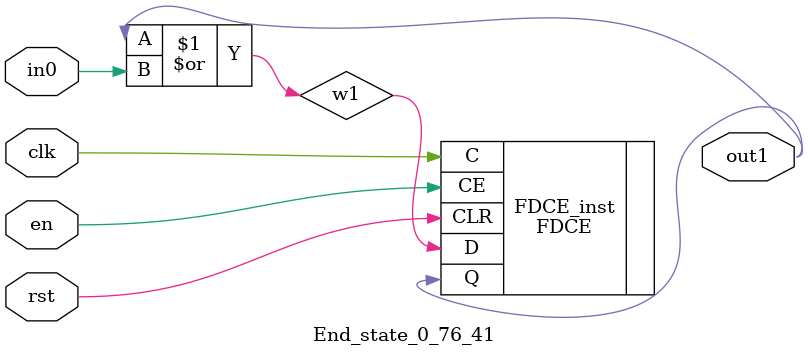
<source format=v>
module engine_0_76(out,clk,sod,en, in_0, in_1, in_3, in_4, in_6, in_7, in_8, in_9, in_10, in_14, in_15, in_16, in_17, in_18, in_19, in_21, in_29, in_30, in_32, in_35, in_36, in_37, in_39, in_41);
//pcre: /^User-Agent\x3a[^\r\n]*devSoft\x27s\s+ipwHTTP\s+Component/smiH
//block char: ^[9], \x20[8], N[0], O[0], G[0], I[0], S[0], H[0], -[0], v[0], a[0], r[0], e[0], c[0], d[0], p[0], u[0], t[0], w[0], f[0], \x3A[8], [^\r\n][2], \x27[8], M[0], 

	input clk,sod,en;

	input in_0, in_1, in_3, in_4, in_6, in_7, in_8, in_9, in_10, in_14, in_15, in_16, in_17, in_18, in_19, in_21, in_29, in_30, in_32, in_35, in_36, in_37, in_39, in_41;
	output out;

	assign w0 = 1'b1;
	state_0_76_1 BlockState_0_76_1 (w1,in_0,clk,en,sod,w0);
	state_0_76_2 BlockState_0_76_2 (w2,in_29,clk,en,sod,w1);
	state_0_76_3 BlockState_0_76_3 (w3,in_8,clk,en,sod,w2);
	state_0_76_4 BlockState_0_76_4 (w4,in_17,clk,en,sod,w3);
	state_0_76_5 BlockState_0_76_5 (w5,in_16,clk,en,sod,w4);
	state_0_76_6 BlockState_0_76_6 (w6,in_10,clk,en,sod,w5);
	state_0_76_7 BlockState_0_76_7 (w7,in_15,clk,en,sod,w6);
	state_0_76_8 BlockState_0_76_8 (w8,in_6,clk,en,sod,w7);
	state_0_76_9 BlockState_0_76_9 (w9,in_17,clk,en,sod,w8);
	state_0_76_10 BlockState_0_76_10 (w10,in_3,clk,en,sod,w9);
	state_0_76_11 BlockState_0_76_11 (w11,in_30,clk,en,sod,w10);
	state_0_76_12 BlockState_0_76_12 (w12,in_36,clk,en,sod,w11);
	state_0_76_13 BlockState_0_76_13 (w13,in_37,clk,en,sod,w13,w12);
	state_0_76_14 BlockState_0_76_14 (w14,in_19,clk,en,sod,w12,w13);
	state_0_76_15 BlockState_0_76_15 (w15,in_17,clk,en,sod,w14);
	state_0_76_16 BlockState_0_76_16 (w16,in_14,clk,en,sod,w15);
	state_0_76_17 BlockState_0_76_17 (w17,in_8,clk,en,sod,w16);
	state_0_76_18 BlockState_0_76_18 (w18,in_4,clk,en,sod,w17);
	state_0_76_19 BlockState_0_76_19 (w19,in_35,clk,en,sod,w18);
	state_0_76_20 BlockState_0_76_20 (w20,in_30,clk,en,sod,w19);
	state_0_76_21 BlockState_0_76_21 (w21,in_39,clk,en,sod,w20);
	state_0_76_22 BlockState_0_76_22 (w22,in_8,clk,en,sod,w21);
	state_0_76_23 BlockState_0_76_23 (w23,in_1,clk,en,sod,w23,w22);
	state_0_76_24 BlockState_0_76_24 (w24,in_7,clk,en,sod,w23);
	state_0_76_25 BlockState_0_76_25 (w25,in_21,clk,en,sod,w24);
	state_0_76_26 BlockState_0_76_26 (w26,in_32,clk,en,sod,w25);
	state_0_76_27 BlockState_0_76_27 (w27,in_9,clk,en,sod,w26);
	state_0_76_28 BlockState_0_76_28 (w28,in_30,clk,en,sod,w27);
	state_0_76_29 BlockState_0_76_29 (w29,in_30,clk,en,sod,w28);
	state_0_76_30 BlockState_0_76_30 (w30,in_21,clk,en,sod,w29);
	state_0_76_31 BlockState_0_76_31 (w31,in_1,clk,en,sod,w31,w30);
	state_0_76_32 BlockState_0_76_32 (w32,in_18,clk,en,sod,w31);
	state_0_76_33 BlockState_0_76_33 (w33,in_4,clk,en,sod,w32);
	state_0_76_34 BlockState_0_76_34 (w34,in_41,clk,en,sod,w33);
	state_0_76_35 BlockState_0_76_35 (w35,in_21,clk,en,sod,w34);
	state_0_76_36 BlockState_0_76_36 (w36,in_4,clk,en,sod,w35);
	state_0_76_37 BlockState_0_76_37 (w37,in_3,clk,en,sod,w36);
	state_0_76_38 BlockState_0_76_38 (w38,in_17,clk,en,sod,w37);
	state_0_76_39 BlockState_0_76_39 (w39,in_3,clk,en,sod,w38);
	state_0_76_40 BlockState_0_76_40 (w40,in_30,clk,en,sod,w39);
	End_state_0_76_41 BlockState_0_76_41 (out,clk,en,sod,w40);
endmodule

module state_0_76_1(out1,in_char,clk,en,rst,in0);
	input in_char,clk,en,rst,in0;
	output out1;
	wire w1,w2;
	assign w1 = in0; 
	and(w2,in_char,w1);
	FDCE #(.INIT(1'b0)) FDCE_inst (
		.Q(out1),
		.C(clk),
		.CE(en),
		.CLR(rst),
		.D(w2)
);
endmodule

module state_0_76_2(out1,in_char,clk,en,rst,in0);
	input in_char,clk,en,rst,in0;
	output out1;
	wire w1,w2;
	assign w1 = in0; 
	and(w2,in_char,w1);
	FDCE #(.INIT(1'b0)) FDCE_inst (
		.Q(out1),
		.C(clk),
		.CE(en),
		.CLR(rst),
		.D(w2)
);
endmodule

module state_0_76_3(out1,in_char,clk,en,rst,in0);
	input in_char,clk,en,rst,in0;
	output out1;
	wire w1,w2;
	assign w1 = in0; 
	and(w2,in_char,w1);
	FDCE #(.INIT(1'b0)) FDCE_inst (
		.Q(out1),
		.C(clk),
		.CE(en),
		.CLR(rst),
		.D(w2)
);
endmodule

module state_0_76_4(out1,in_char,clk,en,rst,in0);
	input in_char,clk,en,rst,in0;
	output out1;
	wire w1,w2;
	assign w1 = in0; 
	and(w2,in_char,w1);
	FDCE #(.INIT(1'b0)) FDCE_inst (
		.Q(out1),
		.C(clk),
		.CE(en),
		.CLR(rst),
		.D(w2)
);
endmodule

module state_0_76_5(out1,in_char,clk,en,rst,in0);
	input in_char,clk,en,rst,in0;
	output out1;
	wire w1,w2;
	assign w1 = in0; 
	and(w2,in_char,w1);
	FDCE #(.INIT(1'b0)) FDCE_inst (
		.Q(out1),
		.C(clk),
		.CE(en),
		.CLR(rst),
		.D(w2)
);
endmodule

module state_0_76_6(out1,in_char,clk,en,rst,in0);
	input in_char,clk,en,rst,in0;
	output out1;
	wire w1,w2;
	assign w1 = in0; 
	and(w2,in_char,w1);
	FDCE #(.INIT(1'b0)) FDCE_inst (
		.Q(out1),
		.C(clk),
		.CE(en),
		.CLR(rst),
		.D(w2)
);
endmodule

module state_0_76_7(out1,in_char,clk,en,rst,in0);
	input in_char,clk,en,rst,in0;
	output out1;
	wire w1,w2;
	assign w1 = in0; 
	and(w2,in_char,w1);
	FDCE #(.INIT(1'b0)) FDCE_inst (
		.Q(out1),
		.C(clk),
		.CE(en),
		.CLR(rst),
		.D(w2)
);
endmodule

module state_0_76_8(out1,in_char,clk,en,rst,in0);
	input in_char,clk,en,rst,in0;
	output out1;
	wire w1,w2;
	assign w1 = in0; 
	and(w2,in_char,w1);
	FDCE #(.INIT(1'b0)) FDCE_inst (
		.Q(out1),
		.C(clk),
		.CE(en),
		.CLR(rst),
		.D(w2)
);
endmodule

module state_0_76_9(out1,in_char,clk,en,rst,in0);
	input in_char,clk,en,rst,in0;
	output out1;
	wire w1,w2;
	assign w1 = in0; 
	and(w2,in_char,w1);
	FDCE #(.INIT(1'b0)) FDCE_inst (
		.Q(out1),
		.C(clk),
		.CE(en),
		.CLR(rst),
		.D(w2)
);
endmodule

module state_0_76_10(out1,in_char,clk,en,rst,in0);
	input in_char,clk,en,rst,in0;
	output out1;
	wire w1,w2;
	assign w1 = in0; 
	and(w2,in_char,w1);
	FDCE #(.INIT(1'b0)) FDCE_inst (
		.Q(out1),
		.C(clk),
		.CE(en),
		.CLR(rst),
		.D(w2)
);
endmodule

module state_0_76_11(out1,in_char,clk,en,rst,in0);
	input in_char,clk,en,rst,in0;
	output out1;
	wire w1,w2;
	assign w1 = in0; 
	and(w2,in_char,w1);
	FDCE #(.INIT(1'b0)) FDCE_inst (
		.Q(out1),
		.C(clk),
		.CE(en),
		.CLR(rst),
		.D(w2)
);
endmodule

module state_0_76_12(out1,in_char,clk,en,rst,in0);
	input in_char,clk,en,rst,in0;
	output out1;
	wire w1,w2;
	assign w1 = in0; 
	and(w2,in_char,w1);
	FDCE #(.INIT(1'b0)) FDCE_inst (
		.Q(out1),
		.C(clk),
		.CE(en),
		.CLR(rst),
		.D(w2)
);
endmodule

module state_0_76_13(out1,in_char,clk,en,rst,in0,in1);
	input in_char,clk,en,rst,in0,in1;
	output out1;
	wire w1,w2;
	or(w1,in0,in1);
	and(w2,in_char,w1);
	FDCE #(.INIT(1'b0)) FDCE_inst (
		.Q(out1),
		.C(clk),
		.CE(en),
		.CLR(rst),
		.D(w2)
);
endmodule

module state_0_76_14(out1,in_char,clk,en,rst,in0,in1);
	input in_char,clk,en,rst,in0,in1;
	output out1;
	wire w1,w2;
	or(w1,in0,in1);
	and(w2,in_char,w1);
	FDCE #(.INIT(1'b0)) FDCE_inst (
		.Q(out1),
		.C(clk),
		.CE(en),
		.CLR(rst),
		.D(w2)
);
endmodule

module state_0_76_15(out1,in_char,clk,en,rst,in0);
	input in_char,clk,en,rst,in0;
	output out1;
	wire w1,w2;
	assign w1 = in0; 
	and(w2,in_char,w1);
	FDCE #(.INIT(1'b0)) FDCE_inst (
		.Q(out1),
		.C(clk),
		.CE(en),
		.CLR(rst),
		.D(w2)
);
endmodule

module state_0_76_16(out1,in_char,clk,en,rst,in0);
	input in_char,clk,en,rst,in0;
	output out1;
	wire w1,w2;
	assign w1 = in0; 
	and(w2,in_char,w1);
	FDCE #(.INIT(1'b0)) FDCE_inst (
		.Q(out1),
		.C(clk),
		.CE(en),
		.CLR(rst),
		.D(w2)
);
endmodule

module state_0_76_17(out1,in_char,clk,en,rst,in0);
	input in_char,clk,en,rst,in0;
	output out1;
	wire w1,w2;
	assign w1 = in0; 
	and(w2,in_char,w1);
	FDCE #(.INIT(1'b0)) FDCE_inst (
		.Q(out1),
		.C(clk),
		.CE(en),
		.CLR(rst),
		.D(w2)
);
endmodule

module state_0_76_18(out1,in_char,clk,en,rst,in0);
	input in_char,clk,en,rst,in0;
	output out1;
	wire w1,w2;
	assign w1 = in0; 
	and(w2,in_char,w1);
	FDCE #(.INIT(1'b0)) FDCE_inst (
		.Q(out1),
		.C(clk),
		.CE(en),
		.CLR(rst),
		.D(w2)
);
endmodule

module state_0_76_19(out1,in_char,clk,en,rst,in0);
	input in_char,clk,en,rst,in0;
	output out1;
	wire w1,w2;
	assign w1 = in0; 
	and(w2,in_char,w1);
	FDCE #(.INIT(1'b0)) FDCE_inst (
		.Q(out1),
		.C(clk),
		.CE(en),
		.CLR(rst),
		.D(w2)
);
endmodule

module state_0_76_20(out1,in_char,clk,en,rst,in0);
	input in_char,clk,en,rst,in0;
	output out1;
	wire w1,w2;
	assign w1 = in0; 
	and(w2,in_char,w1);
	FDCE #(.INIT(1'b0)) FDCE_inst (
		.Q(out1),
		.C(clk),
		.CE(en),
		.CLR(rst),
		.D(w2)
);
endmodule

module state_0_76_21(out1,in_char,clk,en,rst,in0);
	input in_char,clk,en,rst,in0;
	output out1;
	wire w1,w2;
	assign w1 = in0; 
	and(w2,in_char,w1);
	FDCE #(.INIT(1'b0)) FDCE_inst (
		.Q(out1),
		.C(clk),
		.CE(en),
		.CLR(rst),
		.D(w2)
);
endmodule

module state_0_76_22(out1,in_char,clk,en,rst,in0);
	input in_char,clk,en,rst,in0;
	output out1;
	wire w1,w2;
	assign w1 = in0; 
	and(w2,in_char,w1);
	FDCE #(.INIT(1'b0)) FDCE_inst (
		.Q(out1),
		.C(clk),
		.CE(en),
		.CLR(rst),
		.D(w2)
);
endmodule

module state_0_76_23(out1,in_char,clk,en,rst,in0,in1);
	input in_char,clk,en,rst,in0,in1;
	output out1;
	wire w1,w2;
	or(w1,in0,in1);
	and(w2,in_char,w1);
	FDCE #(.INIT(1'b0)) FDCE_inst (
		.Q(out1),
		.C(clk),
		.CE(en),
		.CLR(rst),
		.D(w2)
);
endmodule

module state_0_76_24(out1,in_char,clk,en,rst,in0);
	input in_char,clk,en,rst,in0;
	output out1;
	wire w1,w2;
	assign w1 = in0; 
	and(w2,in_char,w1);
	FDCE #(.INIT(1'b0)) FDCE_inst (
		.Q(out1),
		.C(clk),
		.CE(en),
		.CLR(rst),
		.D(w2)
);
endmodule

module state_0_76_25(out1,in_char,clk,en,rst,in0);
	input in_char,clk,en,rst,in0;
	output out1;
	wire w1,w2;
	assign w1 = in0; 
	and(w2,in_char,w1);
	FDCE #(.INIT(1'b0)) FDCE_inst (
		.Q(out1),
		.C(clk),
		.CE(en),
		.CLR(rst),
		.D(w2)
);
endmodule

module state_0_76_26(out1,in_char,clk,en,rst,in0);
	input in_char,clk,en,rst,in0;
	output out1;
	wire w1,w2;
	assign w1 = in0; 
	and(w2,in_char,w1);
	FDCE #(.INIT(1'b0)) FDCE_inst (
		.Q(out1),
		.C(clk),
		.CE(en),
		.CLR(rst),
		.D(w2)
);
endmodule

module state_0_76_27(out1,in_char,clk,en,rst,in0);
	input in_char,clk,en,rst,in0;
	output out1;
	wire w1,w2;
	assign w1 = in0; 
	and(w2,in_char,w1);
	FDCE #(.INIT(1'b0)) FDCE_inst (
		.Q(out1),
		.C(clk),
		.CE(en),
		.CLR(rst),
		.D(w2)
);
endmodule

module state_0_76_28(out1,in_char,clk,en,rst,in0);
	input in_char,clk,en,rst,in0;
	output out1;
	wire w1,w2;
	assign w1 = in0; 
	and(w2,in_char,w1);
	FDCE #(.INIT(1'b0)) FDCE_inst (
		.Q(out1),
		.C(clk),
		.CE(en),
		.CLR(rst),
		.D(w2)
);
endmodule

module state_0_76_29(out1,in_char,clk,en,rst,in0);
	input in_char,clk,en,rst,in0;
	output out1;
	wire w1,w2;
	assign w1 = in0; 
	and(w2,in_char,w1);
	FDCE #(.INIT(1'b0)) FDCE_inst (
		.Q(out1),
		.C(clk),
		.CE(en),
		.CLR(rst),
		.D(w2)
);
endmodule

module state_0_76_30(out1,in_char,clk,en,rst,in0);
	input in_char,clk,en,rst,in0;
	output out1;
	wire w1,w2;
	assign w1 = in0; 
	and(w2,in_char,w1);
	FDCE #(.INIT(1'b0)) FDCE_inst (
		.Q(out1),
		.C(clk),
		.CE(en),
		.CLR(rst),
		.D(w2)
);
endmodule

module state_0_76_31(out1,in_char,clk,en,rst,in0,in1);
	input in_char,clk,en,rst,in0,in1;
	output out1;
	wire w1,w2;
	or(w1,in0,in1);
	and(w2,in_char,w1);
	FDCE #(.INIT(1'b0)) FDCE_inst (
		.Q(out1),
		.C(clk),
		.CE(en),
		.CLR(rst),
		.D(w2)
);
endmodule

module state_0_76_32(out1,in_char,clk,en,rst,in0);
	input in_char,clk,en,rst,in0;
	output out1;
	wire w1,w2;
	assign w1 = in0; 
	and(w2,in_char,w1);
	FDCE #(.INIT(1'b0)) FDCE_inst (
		.Q(out1),
		.C(clk),
		.CE(en),
		.CLR(rst),
		.D(w2)
);
endmodule

module state_0_76_33(out1,in_char,clk,en,rst,in0);
	input in_char,clk,en,rst,in0;
	output out1;
	wire w1,w2;
	assign w1 = in0; 
	and(w2,in_char,w1);
	FDCE #(.INIT(1'b0)) FDCE_inst (
		.Q(out1),
		.C(clk),
		.CE(en),
		.CLR(rst),
		.D(w2)
);
endmodule

module state_0_76_34(out1,in_char,clk,en,rst,in0);
	input in_char,clk,en,rst,in0;
	output out1;
	wire w1,w2;
	assign w1 = in0; 
	and(w2,in_char,w1);
	FDCE #(.INIT(1'b0)) FDCE_inst (
		.Q(out1),
		.C(clk),
		.CE(en),
		.CLR(rst),
		.D(w2)
);
endmodule

module state_0_76_35(out1,in_char,clk,en,rst,in0);
	input in_char,clk,en,rst,in0;
	output out1;
	wire w1,w2;
	assign w1 = in0; 
	and(w2,in_char,w1);
	FDCE #(.INIT(1'b0)) FDCE_inst (
		.Q(out1),
		.C(clk),
		.CE(en),
		.CLR(rst),
		.D(w2)
);
endmodule

module state_0_76_36(out1,in_char,clk,en,rst,in0);
	input in_char,clk,en,rst,in0;
	output out1;
	wire w1,w2;
	assign w1 = in0; 
	and(w2,in_char,w1);
	FDCE #(.INIT(1'b0)) FDCE_inst (
		.Q(out1),
		.C(clk),
		.CE(en),
		.CLR(rst),
		.D(w2)
);
endmodule

module state_0_76_37(out1,in_char,clk,en,rst,in0);
	input in_char,clk,en,rst,in0;
	output out1;
	wire w1,w2;
	assign w1 = in0; 
	and(w2,in_char,w1);
	FDCE #(.INIT(1'b0)) FDCE_inst (
		.Q(out1),
		.C(clk),
		.CE(en),
		.CLR(rst),
		.D(w2)
);
endmodule

module state_0_76_38(out1,in_char,clk,en,rst,in0);
	input in_char,clk,en,rst,in0;
	output out1;
	wire w1,w2;
	assign w1 = in0; 
	and(w2,in_char,w1);
	FDCE #(.INIT(1'b0)) FDCE_inst (
		.Q(out1),
		.C(clk),
		.CE(en),
		.CLR(rst),
		.D(w2)
);
endmodule

module state_0_76_39(out1,in_char,clk,en,rst,in0);
	input in_char,clk,en,rst,in0;
	output out1;
	wire w1,w2;
	assign w1 = in0; 
	and(w2,in_char,w1);
	FDCE #(.INIT(1'b0)) FDCE_inst (
		.Q(out1),
		.C(clk),
		.CE(en),
		.CLR(rst),
		.D(w2)
);
endmodule

module state_0_76_40(out1,in_char,clk,en,rst,in0);
	input in_char,clk,en,rst,in0;
	output out1;
	wire w1,w2;
	assign w1 = in0; 
	and(w2,in_char,w1);
	FDCE #(.INIT(1'b0)) FDCE_inst (
		.Q(out1),
		.C(clk),
		.CE(en),
		.CLR(rst),
		.D(w2)
);
endmodule

module End_state_0_76_41(out1,clk,en,rst,in0);
	input clk,rst,en,in0;
	output out1;
	wire w1;
	or(w1,out1,in0);
	FDCE #(.INIT(1'b0)) FDCE_inst (
		.Q(out1),
		.C(clk),
		.CE(en),
		.CLR(rst),
		.D(w1)
);
endmodule


</source>
